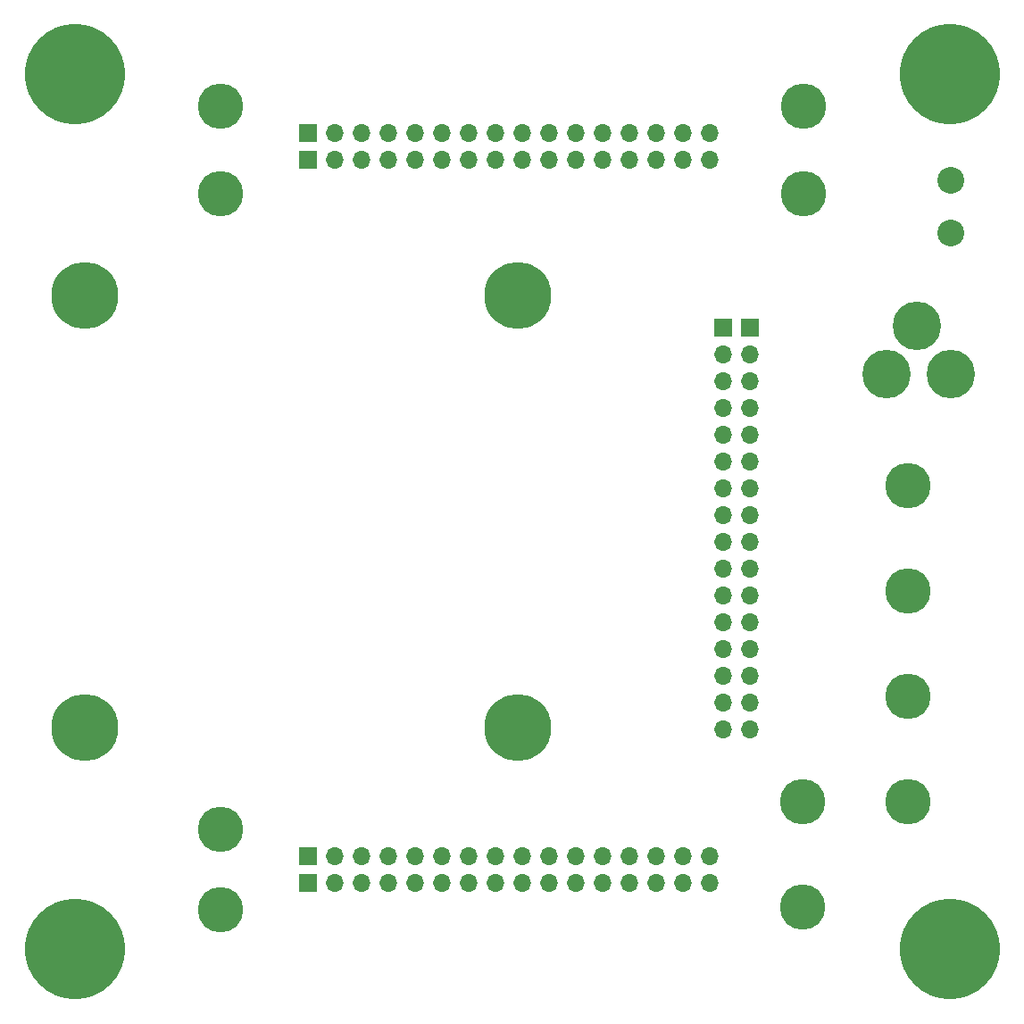
<source format=gbr>
G04 #@! TF.FileFunction,Soldermask,Bot*
%FSLAX46Y46*%
G04 Gerber Fmt 4.6, Leading zero omitted, Abs format (unit mm)*
G04 Created by KiCad (PCBNEW (after 2015-mar-04 BZR unknown)-product) date 6/8/2017 2:32:47 PM*
%MOMM*%
G01*
G04 APERTURE LIST*
%ADD10C,0.150000*%
%ADD11C,9.525000*%
%ADD12C,6.350000*%
%ADD13R,1.700000X1.700000*%
%ADD14O,1.700000X1.700000*%
%ADD15C,2.540000*%
%ADD16C,4.300000*%
%ADD17C,4.600000*%
G04 APERTURE END LIST*
D10*
D11*
X16000000Y-16000000D03*
X99000000Y-16000000D03*
X16000000Y-99000000D03*
X99000000Y-99000000D03*
D12*
X17000000Y-37000000D03*
X58000000Y-37000000D03*
X17000000Y-78000000D03*
X58000000Y-78000000D03*
D13*
X38100000Y-24130000D03*
D14*
X40640000Y-24130000D03*
X43180000Y-24130000D03*
X45720000Y-24130000D03*
X48260000Y-24130000D03*
X50800000Y-24130000D03*
X53340000Y-24130000D03*
X55880000Y-24130000D03*
X58420000Y-24130000D03*
X60960000Y-24130000D03*
X63500000Y-24130000D03*
X66040000Y-24130000D03*
X68580000Y-24130000D03*
X71120000Y-24130000D03*
X73660000Y-24130000D03*
X76200000Y-24130000D03*
D13*
X38100000Y-21590000D03*
D14*
X40640000Y-21590000D03*
X43180000Y-21590000D03*
X45720000Y-21590000D03*
X48260000Y-21590000D03*
X50800000Y-21590000D03*
X53340000Y-21590000D03*
X55880000Y-21590000D03*
X58420000Y-21590000D03*
X60960000Y-21590000D03*
X63500000Y-21590000D03*
X66040000Y-21590000D03*
X68580000Y-21590000D03*
X71120000Y-21590000D03*
X73660000Y-21590000D03*
X76200000Y-21590000D03*
D13*
X38100000Y-90170000D03*
D14*
X40640000Y-90170000D03*
X43180000Y-90170000D03*
X45720000Y-90170000D03*
X48260000Y-90170000D03*
X50800000Y-90170000D03*
X53340000Y-90170000D03*
X55880000Y-90170000D03*
X58420000Y-90170000D03*
X60960000Y-90170000D03*
X63500000Y-90170000D03*
X66040000Y-90170000D03*
X68580000Y-90170000D03*
X71120000Y-90170000D03*
X73660000Y-90170000D03*
X76200000Y-90170000D03*
D13*
X38100000Y-92710000D03*
D14*
X40640000Y-92710000D03*
X43180000Y-92710000D03*
X45720000Y-92710000D03*
X48260000Y-92710000D03*
X50800000Y-92710000D03*
X53340000Y-92710000D03*
X55880000Y-92710000D03*
X58420000Y-92710000D03*
X60960000Y-92710000D03*
X63500000Y-92710000D03*
X66040000Y-92710000D03*
X68580000Y-92710000D03*
X71120000Y-92710000D03*
X73660000Y-92710000D03*
X76200000Y-92710000D03*
D13*
X77470000Y-40005000D03*
D14*
X77470000Y-42545000D03*
X77470000Y-45085000D03*
X77470000Y-47625000D03*
X77470000Y-50165000D03*
X77470000Y-52705000D03*
X77470000Y-55245000D03*
X77470000Y-57785000D03*
X77470000Y-60325000D03*
X77470000Y-62865000D03*
X77470000Y-65405000D03*
X77470000Y-67945000D03*
X77470000Y-70485000D03*
X77470000Y-73025000D03*
X77470000Y-75565000D03*
X77470000Y-78105000D03*
D13*
X80010000Y-40005000D03*
D14*
X80010000Y-42545000D03*
X80010000Y-45085000D03*
X80010000Y-47625000D03*
X80010000Y-50165000D03*
X80010000Y-52705000D03*
X80010000Y-55245000D03*
X80010000Y-57785000D03*
X80010000Y-60325000D03*
X80010000Y-62865000D03*
X80010000Y-65405000D03*
X80010000Y-67945000D03*
X80010000Y-70485000D03*
X80010000Y-73025000D03*
X80010000Y-75565000D03*
X80010000Y-78105000D03*
D15*
X99060000Y-26035000D03*
X99060000Y-31035000D03*
D16*
X95000000Y-85000000D03*
X95000000Y-75000000D03*
X85000000Y-95000000D03*
X85000000Y-85000000D03*
X95000000Y-55000000D03*
X95000000Y-65000000D03*
X85090000Y-19050000D03*
X85090000Y-27305000D03*
D17*
X99060000Y-44450000D03*
X92960000Y-44450000D03*
X95860000Y-39850000D03*
D16*
X29845000Y-95250000D03*
X29845000Y-87630000D03*
X29845000Y-19050000D03*
X29845000Y-27305000D03*
M02*

</source>
